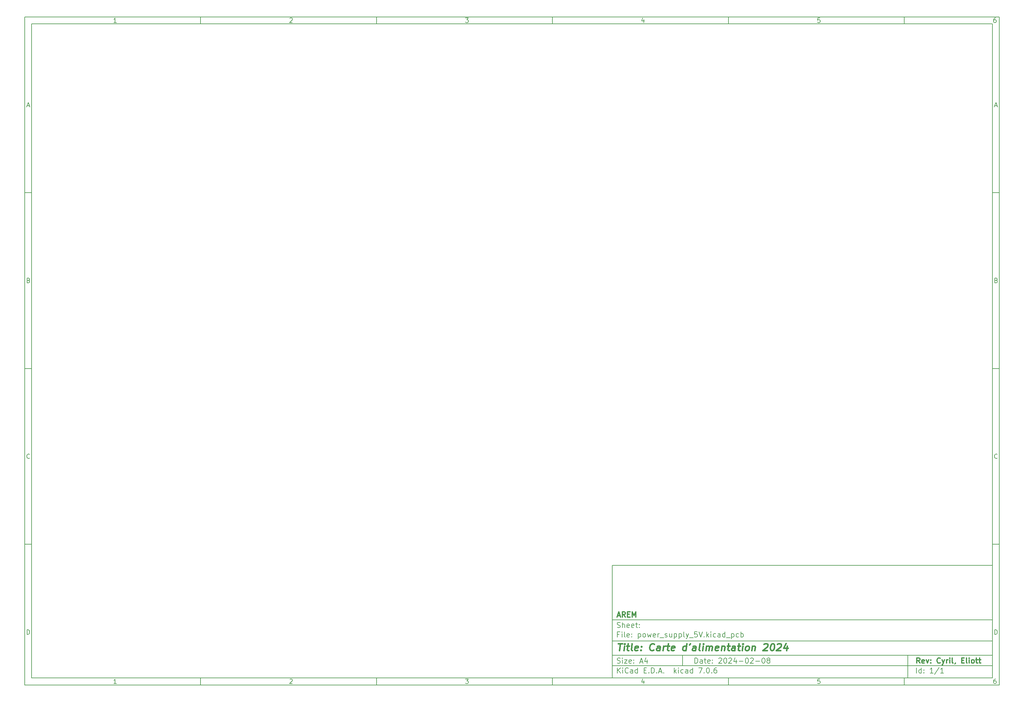
<source format=gbr>
%TF.GenerationSoftware,KiCad,Pcbnew,7.0.6*%
%TF.CreationDate,2024-02-08T22:19:59+01:00*%
%TF.ProjectId,power_supply_5V,706f7765-725f-4737-9570-706c795f3556,Cyril_ Eliott*%
%TF.SameCoordinates,Original*%
%TF.FileFunction,Legend,Bot*%
%TF.FilePolarity,Positive*%
%FSLAX46Y46*%
G04 Gerber Fmt 4.6, Leading zero omitted, Abs format (unit mm)*
G04 Created by KiCad (PCBNEW 7.0.6) date 2024-02-08 22:19:59*
%MOMM*%
%LPD*%
G01*
G04 APERTURE LIST*
%ADD10C,0.100000*%
%ADD11C,0.150000*%
%ADD12C,0.300000*%
%ADD13C,0.400000*%
G04 APERTURE END LIST*
D10*
D11*
X177002200Y-166007200D02*
X285002200Y-166007200D01*
X285002200Y-198007200D01*
X177002200Y-198007200D01*
X177002200Y-166007200D01*
D10*
D11*
X10000000Y-10000000D02*
X287002200Y-10000000D01*
X287002200Y-200007200D01*
X10000000Y-200007200D01*
X10000000Y-10000000D01*
D10*
D11*
X12000000Y-12000000D02*
X285002200Y-12000000D01*
X285002200Y-198007200D01*
X12000000Y-198007200D01*
X12000000Y-12000000D01*
D10*
D11*
X60000000Y-12000000D02*
X60000000Y-10000000D01*
D10*
D11*
X110000000Y-12000000D02*
X110000000Y-10000000D01*
D10*
D11*
X160000000Y-12000000D02*
X160000000Y-10000000D01*
D10*
D11*
X210000000Y-12000000D02*
X210000000Y-10000000D01*
D10*
D11*
X260000000Y-12000000D02*
X260000000Y-10000000D01*
D10*
D11*
X36089160Y-11593604D02*
X35346303Y-11593604D01*
X35717731Y-11593604D02*
X35717731Y-10293604D01*
X35717731Y-10293604D02*
X35593922Y-10479319D01*
X35593922Y-10479319D02*
X35470112Y-10603128D01*
X35470112Y-10603128D02*
X35346303Y-10665033D01*
D10*
D11*
X85346303Y-10417414D02*
X85408207Y-10355509D01*
X85408207Y-10355509D02*
X85532017Y-10293604D01*
X85532017Y-10293604D02*
X85841541Y-10293604D01*
X85841541Y-10293604D02*
X85965350Y-10355509D01*
X85965350Y-10355509D02*
X86027255Y-10417414D01*
X86027255Y-10417414D02*
X86089160Y-10541223D01*
X86089160Y-10541223D02*
X86089160Y-10665033D01*
X86089160Y-10665033D02*
X86027255Y-10850747D01*
X86027255Y-10850747D02*
X85284398Y-11593604D01*
X85284398Y-11593604D02*
X86089160Y-11593604D01*
D10*
D11*
X135284398Y-10293604D02*
X136089160Y-10293604D01*
X136089160Y-10293604D02*
X135655826Y-10788842D01*
X135655826Y-10788842D02*
X135841541Y-10788842D01*
X135841541Y-10788842D02*
X135965350Y-10850747D01*
X135965350Y-10850747D02*
X136027255Y-10912652D01*
X136027255Y-10912652D02*
X136089160Y-11036461D01*
X136089160Y-11036461D02*
X136089160Y-11345985D01*
X136089160Y-11345985D02*
X136027255Y-11469795D01*
X136027255Y-11469795D02*
X135965350Y-11531700D01*
X135965350Y-11531700D02*
X135841541Y-11593604D01*
X135841541Y-11593604D02*
X135470112Y-11593604D01*
X135470112Y-11593604D02*
X135346303Y-11531700D01*
X135346303Y-11531700D02*
X135284398Y-11469795D01*
D10*
D11*
X185965350Y-10726938D02*
X185965350Y-11593604D01*
X185655826Y-10231700D02*
X185346303Y-11160271D01*
X185346303Y-11160271D02*
X186151064Y-11160271D01*
D10*
D11*
X236027255Y-10293604D02*
X235408207Y-10293604D01*
X235408207Y-10293604D02*
X235346303Y-10912652D01*
X235346303Y-10912652D02*
X235408207Y-10850747D01*
X235408207Y-10850747D02*
X235532017Y-10788842D01*
X235532017Y-10788842D02*
X235841541Y-10788842D01*
X235841541Y-10788842D02*
X235965350Y-10850747D01*
X235965350Y-10850747D02*
X236027255Y-10912652D01*
X236027255Y-10912652D02*
X236089160Y-11036461D01*
X236089160Y-11036461D02*
X236089160Y-11345985D01*
X236089160Y-11345985D02*
X236027255Y-11469795D01*
X236027255Y-11469795D02*
X235965350Y-11531700D01*
X235965350Y-11531700D02*
X235841541Y-11593604D01*
X235841541Y-11593604D02*
X235532017Y-11593604D01*
X235532017Y-11593604D02*
X235408207Y-11531700D01*
X235408207Y-11531700D02*
X235346303Y-11469795D01*
D10*
D11*
X285965350Y-10293604D02*
X285717731Y-10293604D01*
X285717731Y-10293604D02*
X285593922Y-10355509D01*
X285593922Y-10355509D02*
X285532017Y-10417414D01*
X285532017Y-10417414D02*
X285408207Y-10603128D01*
X285408207Y-10603128D02*
X285346303Y-10850747D01*
X285346303Y-10850747D02*
X285346303Y-11345985D01*
X285346303Y-11345985D02*
X285408207Y-11469795D01*
X285408207Y-11469795D02*
X285470112Y-11531700D01*
X285470112Y-11531700D02*
X285593922Y-11593604D01*
X285593922Y-11593604D02*
X285841541Y-11593604D01*
X285841541Y-11593604D02*
X285965350Y-11531700D01*
X285965350Y-11531700D02*
X286027255Y-11469795D01*
X286027255Y-11469795D02*
X286089160Y-11345985D01*
X286089160Y-11345985D02*
X286089160Y-11036461D01*
X286089160Y-11036461D02*
X286027255Y-10912652D01*
X286027255Y-10912652D02*
X285965350Y-10850747D01*
X285965350Y-10850747D02*
X285841541Y-10788842D01*
X285841541Y-10788842D02*
X285593922Y-10788842D01*
X285593922Y-10788842D02*
X285470112Y-10850747D01*
X285470112Y-10850747D02*
X285408207Y-10912652D01*
X285408207Y-10912652D02*
X285346303Y-11036461D01*
D10*
D11*
X60000000Y-198007200D02*
X60000000Y-200007200D01*
D10*
D11*
X110000000Y-198007200D02*
X110000000Y-200007200D01*
D10*
D11*
X160000000Y-198007200D02*
X160000000Y-200007200D01*
D10*
D11*
X210000000Y-198007200D02*
X210000000Y-200007200D01*
D10*
D11*
X260000000Y-198007200D02*
X260000000Y-200007200D01*
D10*
D11*
X36089160Y-199600804D02*
X35346303Y-199600804D01*
X35717731Y-199600804D02*
X35717731Y-198300804D01*
X35717731Y-198300804D02*
X35593922Y-198486519D01*
X35593922Y-198486519D02*
X35470112Y-198610328D01*
X35470112Y-198610328D02*
X35346303Y-198672233D01*
D10*
D11*
X85346303Y-198424614D02*
X85408207Y-198362709D01*
X85408207Y-198362709D02*
X85532017Y-198300804D01*
X85532017Y-198300804D02*
X85841541Y-198300804D01*
X85841541Y-198300804D02*
X85965350Y-198362709D01*
X85965350Y-198362709D02*
X86027255Y-198424614D01*
X86027255Y-198424614D02*
X86089160Y-198548423D01*
X86089160Y-198548423D02*
X86089160Y-198672233D01*
X86089160Y-198672233D02*
X86027255Y-198857947D01*
X86027255Y-198857947D02*
X85284398Y-199600804D01*
X85284398Y-199600804D02*
X86089160Y-199600804D01*
D10*
D11*
X135284398Y-198300804D02*
X136089160Y-198300804D01*
X136089160Y-198300804D02*
X135655826Y-198796042D01*
X135655826Y-198796042D02*
X135841541Y-198796042D01*
X135841541Y-198796042D02*
X135965350Y-198857947D01*
X135965350Y-198857947D02*
X136027255Y-198919852D01*
X136027255Y-198919852D02*
X136089160Y-199043661D01*
X136089160Y-199043661D02*
X136089160Y-199353185D01*
X136089160Y-199353185D02*
X136027255Y-199476995D01*
X136027255Y-199476995D02*
X135965350Y-199538900D01*
X135965350Y-199538900D02*
X135841541Y-199600804D01*
X135841541Y-199600804D02*
X135470112Y-199600804D01*
X135470112Y-199600804D02*
X135346303Y-199538900D01*
X135346303Y-199538900D02*
X135284398Y-199476995D01*
D10*
D11*
X185965350Y-198734138D02*
X185965350Y-199600804D01*
X185655826Y-198238900D02*
X185346303Y-199167471D01*
X185346303Y-199167471D02*
X186151064Y-199167471D01*
D10*
D11*
X236027255Y-198300804D02*
X235408207Y-198300804D01*
X235408207Y-198300804D02*
X235346303Y-198919852D01*
X235346303Y-198919852D02*
X235408207Y-198857947D01*
X235408207Y-198857947D02*
X235532017Y-198796042D01*
X235532017Y-198796042D02*
X235841541Y-198796042D01*
X235841541Y-198796042D02*
X235965350Y-198857947D01*
X235965350Y-198857947D02*
X236027255Y-198919852D01*
X236027255Y-198919852D02*
X236089160Y-199043661D01*
X236089160Y-199043661D02*
X236089160Y-199353185D01*
X236089160Y-199353185D02*
X236027255Y-199476995D01*
X236027255Y-199476995D02*
X235965350Y-199538900D01*
X235965350Y-199538900D02*
X235841541Y-199600804D01*
X235841541Y-199600804D02*
X235532017Y-199600804D01*
X235532017Y-199600804D02*
X235408207Y-199538900D01*
X235408207Y-199538900D02*
X235346303Y-199476995D01*
D10*
D11*
X285965350Y-198300804D02*
X285717731Y-198300804D01*
X285717731Y-198300804D02*
X285593922Y-198362709D01*
X285593922Y-198362709D02*
X285532017Y-198424614D01*
X285532017Y-198424614D02*
X285408207Y-198610328D01*
X285408207Y-198610328D02*
X285346303Y-198857947D01*
X285346303Y-198857947D02*
X285346303Y-199353185D01*
X285346303Y-199353185D02*
X285408207Y-199476995D01*
X285408207Y-199476995D02*
X285470112Y-199538900D01*
X285470112Y-199538900D02*
X285593922Y-199600804D01*
X285593922Y-199600804D02*
X285841541Y-199600804D01*
X285841541Y-199600804D02*
X285965350Y-199538900D01*
X285965350Y-199538900D02*
X286027255Y-199476995D01*
X286027255Y-199476995D02*
X286089160Y-199353185D01*
X286089160Y-199353185D02*
X286089160Y-199043661D01*
X286089160Y-199043661D02*
X286027255Y-198919852D01*
X286027255Y-198919852D02*
X285965350Y-198857947D01*
X285965350Y-198857947D02*
X285841541Y-198796042D01*
X285841541Y-198796042D02*
X285593922Y-198796042D01*
X285593922Y-198796042D02*
X285470112Y-198857947D01*
X285470112Y-198857947D02*
X285408207Y-198919852D01*
X285408207Y-198919852D02*
X285346303Y-199043661D01*
D10*
D11*
X10000000Y-60000000D02*
X12000000Y-60000000D01*
D10*
D11*
X10000000Y-110000000D02*
X12000000Y-110000000D01*
D10*
D11*
X10000000Y-160000000D02*
X12000000Y-160000000D01*
D10*
D11*
X10690476Y-35222176D02*
X11309523Y-35222176D01*
X10566666Y-35593604D02*
X10999999Y-34293604D01*
X10999999Y-34293604D02*
X11433333Y-35593604D01*
D10*
D11*
X11092857Y-84912652D02*
X11278571Y-84974557D01*
X11278571Y-84974557D02*
X11340476Y-85036461D01*
X11340476Y-85036461D02*
X11402380Y-85160271D01*
X11402380Y-85160271D02*
X11402380Y-85345985D01*
X11402380Y-85345985D02*
X11340476Y-85469795D01*
X11340476Y-85469795D02*
X11278571Y-85531700D01*
X11278571Y-85531700D02*
X11154761Y-85593604D01*
X11154761Y-85593604D02*
X10659523Y-85593604D01*
X10659523Y-85593604D02*
X10659523Y-84293604D01*
X10659523Y-84293604D02*
X11092857Y-84293604D01*
X11092857Y-84293604D02*
X11216666Y-84355509D01*
X11216666Y-84355509D02*
X11278571Y-84417414D01*
X11278571Y-84417414D02*
X11340476Y-84541223D01*
X11340476Y-84541223D02*
X11340476Y-84665033D01*
X11340476Y-84665033D02*
X11278571Y-84788842D01*
X11278571Y-84788842D02*
X11216666Y-84850747D01*
X11216666Y-84850747D02*
X11092857Y-84912652D01*
X11092857Y-84912652D02*
X10659523Y-84912652D01*
D10*
D11*
X11402380Y-135469795D02*
X11340476Y-135531700D01*
X11340476Y-135531700D02*
X11154761Y-135593604D01*
X11154761Y-135593604D02*
X11030952Y-135593604D01*
X11030952Y-135593604D02*
X10845238Y-135531700D01*
X10845238Y-135531700D02*
X10721428Y-135407890D01*
X10721428Y-135407890D02*
X10659523Y-135284080D01*
X10659523Y-135284080D02*
X10597619Y-135036461D01*
X10597619Y-135036461D02*
X10597619Y-134850747D01*
X10597619Y-134850747D02*
X10659523Y-134603128D01*
X10659523Y-134603128D02*
X10721428Y-134479319D01*
X10721428Y-134479319D02*
X10845238Y-134355509D01*
X10845238Y-134355509D02*
X11030952Y-134293604D01*
X11030952Y-134293604D02*
X11154761Y-134293604D01*
X11154761Y-134293604D02*
X11340476Y-134355509D01*
X11340476Y-134355509D02*
X11402380Y-134417414D01*
D10*
D11*
X10659523Y-185593604D02*
X10659523Y-184293604D01*
X10659523Y-184293604D02*
X10969047Y-184293604D01*
X10969047Y-184293604D02*
X11154761Y-184355509D01*
X11154761Y-184355509D02*
X11278571Y-184479319D01*
X11278571Y-184479319D02*
X11340476Y-184603128D01*
X11340476Y-184603128D02*
X11402380Y-184850747D01*
X11402380Y-184850747D02*
X11402380Y-185036461D01*
X11402380Y-185036461D02*
X11340476Y-185284080D01*
X11340476Y-185284080D02*
X11278571Y-185407890D01*
X11278571Y-185407890D02*
X11154761Y-185531700D01*
X11154761Y-185531700D02*
X10969047Y-185593604D01*
X10969047Y-185593604D02*
X10659523Y-185593604D01*
D10*
D11*
X287002200Y-60000000D02*
X285002200Y-60000000D01*
D10*
D11*
X287002200Y-110000000D02*
X285002200Y-110000000D01*
D10*
D11*
X287002200Y-160000000D02*
X285002200Y-160000000D01*
D10*
D11*
X285692676Y-35222176D02*
X286311723Y-35222176D01*
X285568866Y-35593604D02*
X286002199Y-34293604D01*
X286002199Y-34293604D02*
X286435533Y-35593604D01*
D10*
D11*
X286095057Y-84912652D02*
X286280771Y-84974557D01*
X286280771Y-84974557D02*
X286342676Y-85036461D01*
X286342676Y-85036461D02*
X286404580Y-85160271D01*
X286404580Y-85160271D02*
X286404580Y-85345985D01*
X286404580Y-85345985D02*
X286342676Y-85469795D01*
X286342676Y-85469795D02*
X286280771Y-85531700D01*
X286280771Y-85531700D02*
X286156961Y-85593604D01*
X286156961Y-85593604D02*
X285661723Y-85593604D01*
X285661723Y-85593604D02*
X285661723Y-84293604D01*
X285661723Y-84293604D02*
X286095057Y-84293604D01*
X286095057Y-84293604D02*
X286218866Y-84355509D01*
X286218866Y-84355509D02*
X286280771Y-84417414D01*
X286280771Y-84417414D02*
X286342676Y-84541223D01*
X286342676Y-84541223D02*
X286342676Y-84665033D01*
X286342676Y-84665033D02*
X286280771Y-84788842D01*
X286280771Y-84788842D02*
X286218866Y-84850747D01*
X286218866Y-84850747D02*
X286095057Y-84912652D01*
X286095057Y-84912652D02*
X285661723Y-84912652D01*
D10*
D11*
X286404580Y-135469795D02*
X286342676Y-135531700D01*
X286342676Y-135531700D02*
X286156961Y-135593604D01*
X286156961Y-135593604D02*
X286033152Y-135593604D01*
X286033152Y-135593604D02*
X285847438Y-135531700D01*
X285847438Y-135531700D02*
X285723628Y-135407890D01*
X285723628Y-135407890D02*
X285661723Y-135284080D01*
X285661723Y-135284080D02*
X285599819Y-135036461D01*
X285599819Y-135036461D02*
X285599819Y-134850747D01*
X285599819Y-134850747D02*
X285661723Y-134603128D01*
X285661723Y-134603128D02*
X285723628Y-134479319D01*
X285723628Y-134479319D02*
X285847438Y-134355509D01*
X285847438Y-134355509D02*
X286033152Y-134293604D01*
X286033152Y-134293604D02*
X286156961Y-134293604D01*
X286156961Y-134293604D02*
X286342676Y-134355509D01*
X286342676Y-134355509D02*
X286404580Y-134417414D01*
D10*
D11*
X285661723Y-185593604D02*
X285661723Y-184293604D01*
X285661723Y-184293604D02*
X285971247Y-184293604D01*
X285971247Y-184293604D02*
X286156961Y-184355509D01*
X286156961Y-184355509D02*
X286280771Y-184479319D01*
X286280771Y-184479319D02*
X286342676Y-184603128D01*
X286342676Y-184603128D02*
X286404580Y-184850747D01*
X286404580Y-184850747D02*
X286404580Y-185036461D01*
X286404580Y-185036461D02*
X286342676Y-185284080D01*
X286342676Y-185284080D02*
X286280771Y-185407890D01*
X286280771Y-185407890D02*
X286156961Y-185531700D01*
X286156961Y-185531700D02*
X285971247Y-185593604D01*
X285971247Y-185593604D02*
X285661723Y-185593604D01*
D10*
D11*
X200458026Y-193793328D02*
X200458026Y-192293328D01*
X200458026Y-192293328D02*
X200815169Y-192293328D01*
X200815169Y-192293328D02*
X201029455Y-192364757D01*
X201029455Y-192364757D02*
X201172312Y-192507614D01*
X201172312Y-192507614D02*
X201243741Y-192650471D01*
X201243741Y-192650471D02*
X201315169Y-192936185D01*
X201315169Y-192936185D02*
X201315169Y-193150471D01*
X201315169Y-193150471D02*
X201243741Y-193436185D01*
X201243741Y-193436185D02*
X201172312Y-193579042D01*
X201172312Y-193579042D02*
X201029455Y-193721900D01*
X201029455Y-193721900D02*
X200815169Y-193793328D01*
X200815169Y-193793328D02*
X200458026Y-193793328D01*
X202600884Y-193793328D02*
X202600884Y-193007614D01*
X202600884Y-193007614D02*
X202529455Y-192864757D01*
X202529455Y-192864757D02*
X202386598Y-192793328D01*
X202386598Y-192793328D02*
X202100884Y-192793328D01*
X202100884Y-192793328D02*
X201958026Y-192864757D01*
X202600884Y-193721900D02*
X202458026Y-193793328D01*
X202458026Y-193793328D02*
X202100884Y-193793328D01*
X202100884Y-193793328D02*
X201958026Y-193721900D01*
X201958026Y-193721900D02*
X201886598Y-193579042D01*
X201886598Y-193579042D02*
X201886598Y-193436185D01*
X201886598Y-193436185D02*
X201958026Y-193293328D01*
X201958026Y-193293328D02*
X202100884Y-193221900D01*
X202100884Y-193221900D02*
X202458026Y-193221900D01*
X202458026Y-193221900D02*
X202600884Y-193150471D01*
X203100884Y-192793328D02*
X203672312Y-192793328D01*
X203315169Y-192293328D02*
X203315169Y-193579042D01*
X203315169Y-193579042D02*
X203386598Y-193721900D01*
X203386598Y-193721900D02*
X203529455Y-193793328D01*
X203529455Y-193793328D02*
X203672312Y-193793328D01*
X204743741Y-193721900D02*
X204600884Y-193793328D01*
X204600884Y-193793328D02*
X204315170Y-193793328D01*
X204315170Y-193793328D02*
X204172312Y-193721900D01*
X204172312Y-193721900D02*
X204100884Y-193579042D01*
X204100884Y-193579042D02*
X204100884Y-193007614D01*
X204100884Y-193007614D02*
X204172312Y-192864757D01*
X204172312Y-192864757D02*
X204315170Y-192793328D01*
X204315170Y-192793328D02*
X204600884Y-192793328D01*
X204600884Y-192793328D02*
X204743741Y-192864757D01*
X204743741Y-192864757D02*
X204815170Y-193007614D01*
X204815170Y-193007614D02*
X204815170Y-193150471D01*
X204815170Y-193150471D02*
X204100884Y-193293328D01*
X205458026Y-193650471D02*
X205529455Y-193721900D01*
X205529455Y-193721900D02*
X205458026Y-193793328D01*
X205458026Y-193793328D02*
X205386598Y-193721900D01*
X205386598Y-193721900D02*
X205458026Y-193650471D01*
X205458026Y-193650471D02*
X205458026Y-193793328D01*
X205458026Y-192864757D02*
X205529455Y-192936185D01*
X205529455Y-192936185D02*
X205458026Y-193007614D01*
X205458026Y-193007614D02*
X205386598Y-192936185D01*
X205386598Y-192936185D02*
X205458026Y-192864757D01*
X205458026Y-192864757D02*
X205458026Y-193007614D01*
X207243741Y-192436185D02*
X207315169Y-192364757D01*
X207315169Y-192364757D02*
X207458027Y-192293328D01*
X207458027Y-192293328D02*
X207815169Y-192293328D01*
X207815169Y-192293328D02*
X207958027Y-192364757D01*
X207958027Y-192364757D02*
X208029455Y-192436185D01*
X208029455Y-192436185D02*
X208100884Y-192579042D01*
X208100884Y-192579042D02*
X208100884Y-192721900D01*
X208100884Y-192721900D02*
X208029455Y-192936185D01*
X208029455Y-192936185D02*
X207172312Y-193793328D01*
X207172312Y-193793328D02*
X208100884Y-193793328D01*
X209029455Y-192293328D02*
X209172312Y-192293328D01*
X209172312Y-192293328D02*
X209315169Y-192364757D01*
X209315169Y-192364757D02*
X209386598Y-192436185D01*
X209386598Y-192436185D02*
X209458026Y-192579042D01*
X209458026Y-192579042D02*
X209529455Y-192864757D01*
X209529455Y-192864757D02*
X209529455Y-193221900D01*
X209529455Y-193221900D02*
X209458026Y-193507614D01*
X209458026Y-193507614D02*
X209386598Y-193650471D01*
X209386598Y-193650471D02*
X209315169Y-193721900D01*
X209315169Y-193721900D02*
X209172312Y-193793328D01*
X209172312Y-193793328D02*
X209029455Y-193793328D01*
X209029455Y-193793328D02*
X208886598Y-193721900D01*
X208886598Y-193721900D02*
X208815169Y-193650471D01*
X208815169Y-193650471D02*
X208743740Y-193507614D01*
X208743740Y-193507614D02*
X208672312Y-193221900D01*
X208672312Y-193221900D02*
X208672312Y-192864757D01*
X208672312Y-192864757D02*
X208743740Y-192579042D01*
X208743740Y-192579042D02*
X208815169Y-192436185D01*
X208815169Y-192436185D02*
X208886598Y-192364757D01*
X208886598Y-192364757D02*
X209029455Y-192293328D01*
X210100883Y-192436185D02*
X210172311Y-192364757D01*
X210172311Y-192364757D02*
X210315169Y-192293328D01*
X210315169Y-192293328D02*
X210672311Y-192293328D01*
X210672311Y-192293328D02*
X210815169Y-192364757D01*
X210815169Y-192364757D02*
X210886597Y-192436185D01*
X210886597Y-192436185D02*
X210958026Y-192579042D01*
X210958026Y-192579042D02*
X210958026Y-192721900D01*
X210958026Y-192721900D02*
X210886597Y-192936185D01*
X210886597Y-192936185D02*
X210029454Y-193793328D01*
X210029454Y-193793328D02*
X210958026Y-193793328D01*
X212243740Y-192793328D02*
X212243740Y-193793328D01*
X211886597Y-192221900D02*
X211529454Y-193293328D01*
X211529454Y-193293328D02*
X212458025Y-193293328D01*
X213029453Y-193221900D02*
X214172311Y-193221900D01*
X215172311Y-192293328D02*
X215315168Y-192293328D01*
X215315168Y-192293328D02*
X215458025Y-192364757D01*
X215458025Y-192364757D02*
X215529454Y-192436185D01*
X215529454Y-192436185D02*
X215600882Y-192579042D01*
X215600882Y-192579042D02*
X215672311Y-192864757D01*
X215672311Y-192864757D02*
X215672311Y-193221900D01*
X215672311Y-193221900D02*
X215600882Y-193507614D01*
X215600882Y-193507614D02*
X215529454Y-193650471D01*
X215529454Y-193650471D02*
X215458025Y-193721900D01*
X215458025Y-193721900D02*
X215315168Y-193793328D01*
X215315168Y-193793328D02*
X215172311Y-193793328D01*
X215172311Y-193793328D02*
X215029454Y-193721900D01*
X215029454Y-193721900D02*
X214958025Y-193650471D01*
X214958025Y-193650471D02*
X214886596Y-193507614D01*
X214886596Y-193507614D02*
X214815168Y-193221900D01*
X214815168Y-193221900D02*
X214815168Y-192864757D01*
X214815168Y-192864757D02*
X214886596Y-192579042D01*
X214886596Y-192579042D02*
X214958025Y-192436185D01*
X214958025Y-192436185D02*
X215029454Y-192364757D01*
X215029454Y-192364757D02*
X215172311Y-192293328D01*
X216243739Y-192436185D02*
X216315167Y-192364757D01*
X216315167Y-192364757D02*
X216458025Y-192293328D01*
X216458025Y-192293328D02*
X216815167Y-192293328D01*
X216815167Y-192293328D02*
X216958025Y-192364757D01*
X216958025Y-192364757D02*
X217029453Y-192436185D01*
X217029453Y-192436185D02*
X217100882Y-192579042D01*
X217100882Y-192579042D02*
X217100882Y-192721900D01*
X217100882Y-192721900D02*
X217029453Y-192936185D01*
X217029453Y-192936185D02*
X216172310Y-193793328D01*
X216172310Y-193793328D02*
X217100882Y-193793328D01*
X217743738Y-193221900D02*
X218886596Y-193221900D01*
X219886596Y-192293328D02*
X220029453Y-192293328D01*
X220029453Y-192293328D02*
X220172310Y-192364757D01*
X220172310Y-192364757D02*
X220243739Y-192436185D01*
X220243739Y-192436185D02*
X220315167Y-192579042D01*
X220315167Y-192579042D02*
X220386596Y-192864757D01*
X220386596Y-192864757D02*
X220386596Y-193221900D01*
X220386596Y-193221900D02*
X220315167Y-193507614D01*
X220315167Y-193507614D02*
X220243739Y-193650471D01*
X220243739Y-193650471D02*
X220172310Y-193721900D01*
X220172310Y-193721900D02*
X220029453Y-193793328D01*
X220029453Y-193793328D02*
X219886596Y-193793328D01*
X219886596Y-193793328D02*
X219743739Y-193721900D01*
X219743739Y-193721900D02*
X219672310Y-193650471D01*
X219672310Y-193650471D02*
X219600881Y-193507614D01*
X219600881Y-193507614D02*
X219529453Y-193221900D01*
X219529453Y-193221900D02*
X219529453Y-192864757D01*
X219529453Y-192864757D02*
X219600881Y-192579042D01*
X219600881Y-192579042D02*
X219672310Y-192436185D01*
X219672310Y-192436185D02*
X219743739Y-192364757D01*
X219743739Y-192364757D02*
X219886596Y-192293328D01*
X221243738Y-192936185D02*
X221100881Y-192864757D01*
X221100881Y-192864757D02*
X221029452Y-192793328D01*
X221029452Y-192793328D02*
X220958024Y-192650471D01*
X220958024Y-192650471D02*
X220958024Y-192579042D01*
X220958024Y-192579042D02*
X221029452Y-192436185D01*
X221029452Y-192436185D02*
X221100881Y-192364757D01*
X221100881Y-192364757D02*
X221243738Y-192293328D01*
X221243738Y-192293328D02*
X221529452Y-192293328D01*
X221529452Y-192293328D02*
X221672310Y-192364757D01*
X221672310Y-192364757D02*
X221743738Y-192436185D01*
X221743738Y-192436185D02*
X221815167Y-192579042D01*
X221815167Y-192579042D02*
X221815167Y-192650471D01*
X221815167Y-192650471D02*
X221743738Y-192793328D01*
X221743738Y-192793328D02*
X221672310Y-192864757D01*
X221672310Y-192864757D02*
X221529452Y-192936185D01*
X221529452Y-192936185D02*
X221243738Y-192936185D01*
X221243738Y-192936185D02*
X221100881Y-193007614D01*
X221100881Y-193007614D02*
X221029452Y-193079042D01*
X221029452Y-193079042D02*
X220958024Y-193221900D01*
X220958024Y-193221900D02*
X220958024Y-193507614D01*
X220958024Y-193507614D02*
X221029452Y-193650471D01*
X221029452Y-193650471D02*
X221100881Y-193721900D01*
X221100881Y-193721900D02*
X221243738Y-193793328D01*
X221243738Y-193793328D02*
X221529452Y-193793328D01*
X221529452Y-193793328D02*
X221672310Y-193721900D01*
X221672310Y-193721900D02*
X221743738Y-193650471D01*
X221743738Y-193650471D02*
X221815167Y-193507614D01*
X221815167Y-193507614D02*
X221815167Y-193221900D01*
X221815167Y-193221900D02*
X221743738Y-193079042D01*
X221743738Y-193079042D02*
X221672310Y-193007614D01*
X221672310Y-193007614D02*
X221529452Y-192936185D01*
D10*
D11*
X177002200Y-194507200D02*
X285002200Y-194507200D01*
D10*
D11*
X178458026Y-196593328D02*
X178458026Y-195093328D01*
X179315169Y-196593328D02*
X178672312Y-195736185D01*
X179315169Y-195093328D02*
X178458026Y-195950471D01*
X179958026Y-196593328D02*
X179958026Y-195593328D01*
X179958026Y-195093328D02*
X179886598Y-195164757D01*
X179886598Y-195164757D02*
X179958026Y-195236185D01*
X179958026Y-195236185D02*
X180029455Y-195164757D01*
X180029455Y-195164757D02*
X179958026Y-195093328D01*
X179958026Y-195093328D02*
X179958026Y-195236185D01*
X181529455Y-196450471D02*
X181458027Y-196521900D01*
X181458027Y-196521900D02*
X181243741Y-196593328D01*
X181243741Y-196593328D02*
X181100884Y-196593328D01*
X181100884Y-196593328D02*
X180886598Y-196521900D01*
X180886598Y-196521900D02*
X180743741Y-196379042D01*
X180743741Y-196379042D02*
X180672312Y-196236185D01*
X180672312Y-196236185D02*
X180600884Y-195950471D01*
X180600884Y-195950471D02*
X180600884Y-195736185D01*
X180600884Y-195736185D02*
X180672312Y-195450471D01*
X180672312Y-195450471D02*
X180743741Y-195307614D01*
X180743741Y-195307614D02*
X180886598Y-195164757D01*
X180886598Y-195164757D02*
X181100884Y-195093328D01*
X181100884Y-195093328D02*
X181243741Y-195093328D01*
X181243741Y-195093328D02*
X181458027Y-195164757D01*
X181458027Y-195164757D02*
X181529455Y-195236185D01*
X182815170Y-196593328D02*
X182815170Y-195807614D01*
X182815170Y-195807614D02*
X182743741Y-195664757D01*
X182743741Y-195664757D02*
X182600884Y-195593328D01*
X182600884Y-195593328D02*
X182315170Y-195593328D01*
X182315170Y-195593328D02*
X182172312Y-195664757D01*
X182815170Y-196521900D02*
X182672312Y-196593328D01*
X182672312Y-196593328D02*
X182315170Y-196593328D01*
X182315170Y-196593328D02*
X182172312Y-196521900D01*
X182172312Y-196521900D02*
X182100884Y-196379042D01*
X182100884Y-196379042D02*
X182100884Y-196236185D01*
X182100884Y-196236185D02*
X182172312Y-196093328D01*
X182172312Y-196093328D02*
X182315170Y-196021900D01*
X182315170Y-196021900D02*
X182672312Y-196021900D01*
X182672312Y-196021900D02*
X182815170Y-195950471D01*
X184172313Y-196593328D02*
X184172313Y-195093328D01*
X184172313Y-196521900D02*
X184029455Y-196593328D01*
X184029455Y-196593328D02*
X183743741Y-196593328D01*
X183743741Y-196593328D02*
X183600884Y-196521900D01*
X183600884Y-196521900D02*
X183529455Y-196450471D01*
X183529455Y-196450471D02*
X183458027Y-196307614D01*
X183458027Y-196307614D02*
X183458027Y-195879042D01*
X183458027Y-195879042D02*
X183529455Y-195736185D01*
X183529455Y-195736185D02*
X183600884Y-195664757D01*
X183600884Y-195664757D02*
X183743741Y-195593328D01*
X183743741Y-195593328D02*
X184029455Y-195593328D01*
X184029455Y-195593328D02*
X184172313Y-195664757D01*
X186029455Y-195807614D02*
X186529455Y-195807614D01*
X186743741Y-196593328D02*
X186029455Y-196593328D01*
X186029455Y-196593328D02*
X186029455Y-195093328D01*
X186029455Y-195093328D02*
X186743741Y-195093328D01*
X187386598Y-196450471D02*
X187458027Y-196521900D01*
X187458027Y-196521900D02*
X187386598Y-196593328D01*
X187386598Y-196593328D02*
X187315170Y-196521900D01*
X187315170Y-196521900D02*
X187386598Y-196450471D01*
X187386598Y-196450471D02*
X187386598Y-196593328D01*
X188100884Y-196593328D02*
X188100884Y-195093328D01*
X188100884Y-195093328D02*
X188458027Y-195093328D01*
X188458027Y-195093328D02*
X188672313Y-195164757D01*
X188672313Y-195164757D02*
X188815170Y-195307614D01*
X188815170Y-195307614D02*
X188886599Y-195450471D01*
X188886599Y-195450471D02*
X188958027Y-195736185D01*
X188958027Y-195736185D02*
X188958027Y-195950471D01*
X188958027Y-195950471D02*
X188886599Y-196236185D01*
X188886599Y-196236185D02*
X188815170Y-196379042D01*
X188815170Y-196379042D02*
X188672313Y-196521900D01*
X188672313Y-196521900D02*
X188458027Y-196593328D01*
X188458027Y-196593328D02*
X188100884Y-196593328D01*
X189600884Y-196450471D02*
X189672313Y-196521900D01*
X189672313Y-196521900D02*
X189600884Y-196593328D01*
X189600884Y-196593328D02*
X189529456Y-196521900D01*
X189529456Y-196521900D02*
X189600884Y-196450471D01*
X189600884Y-196450471D02*
X189600884Y-196593328D01*
X190243742Y-196164757D02*
X190958028Y-196164757D01*
X190100885Y-196593328D02*
X190600885Y-195093328D01*
X190600885Y-195093328D02*
X191100885Y-196593328D01*
X191600884Y-196450471D02*
X191672313Y-196521900D01*
X191672313Y-196521900D02*
X191600884Y-196593328D01*
X191600884Y-196593328D02*
X191529456Y-196521900D01*
X191529456Y-196521900D02*
X191600884Y-196450471D01*
X191600884Y-196450471D02*
X191600884Y-196593328D01*
X194600884Y-196593328D02*
X194600884Y-195093328D01*
X194743742Y-196021900D02*
X195172313Y-196593328D01*
X195172313Y-195593328D02*
X194600884Y-196164757D01*
X195815170Y-196593328D02*
X195815170Y-195593328D01*
X195815170Y-195093328D02*
X195743742Y-195164757D01*
X195743742Y-195164757D02*
X195815170Y-195236185D01*
X195815170Y-195236185D02*
X195886599Y-195164757D01*
X195886599Y-195164757D02*
X195815170Y-195093328D01*
X195815170Y-195093328D02*
X195815170Y-195236185D01*
X197172314Y-196521900D02*
X197029456Y-196593328D01*
X197029456Y-196593328D02*
X196743742Y-196593328D01*
X196743742Y-196593328D02*
X196600885Y-196521900D01*
X196600885Y-196521900D02*
X196529456Y-196450471D01*
X196529456Y-196450471D02*
X196458028Y-196307614D01*
X196458028Y-196307614D02*
X196458028Y-195879042D01*
X196458028Y-195879042D02*
X196529456Y-195736185D01*
X196529456Y-195736185D02*
X196600885Y-195664757D01*
X196600885Y-195664757D02*
X196743742Y-195593328D01*
X196743742Y-195593328D02*
X197029456Y-195593328D01*
X197029456Y-195593328D02*
X197172314Y-195664757D01*
X198458028Y-196593328D02*
X198458028Y-195807614D01*
X198458028Y-195807614D02*
X198386599Y-195664757D01*
X198386599Y-195664757D02*
X198243742Y-195593328D01*
X198243742Y-195593328D02*
X197958028Y-195593328D01*
X197958028Y-195593328D02*
X197815170Y-195664757D01*
X198458028Y-196521900D02*
X198315170Y-196593328D01*
X198315170Y-196593328D02*
X197958028Y-196593328D01*
X197958028Y-196593328D02*
X197815170Y-196521900D01*
X197815170Y-196521900D02*
X197743742Y-196379042D01*
X197743742Y-196379042D02*
X197743742Y-196236185D01*
X197743742Y-196236185D02*
X197815170Y-196093328D01*
X197815170Y-196093328D02*
X197958028Y-196021900D01*
X197958028Y-196021900D02*
X198315170Y-196021900D01*
X198315170Y-196021900D02*
X198458028Y-195950471D01*
X199815171Y-196593328D02*
X199815171Y-195093328D01*
X199815171Y-196521900D02*
X199672313Y-196593328D01*
X199672313Y-196593328D02*
X199386599Y-196593328D01*
X199386599Y-196593328D02*
X199243742Y-196521900D01*
X199243742Y-196521900D02*
X199172313Y-196450471D01*
X199172313Y-196450471D02*
X199100885Y-196307614D01*
X199100885Y-196307614D02*
X199100885Y-195879042D01*
X199100885Y-195879042D02*
X199172313Y-195736185D01*
X199172313Y-195736185D02*
X199243742Y-195664757D01*
X199243742Y-195664757D02*
X199386599Y-195593328D01*
X199386599Y-195593328D02*
X199672313Y-195593328D01*
X199672313Y-195593328D02*
X199815171Y-195664757D01*
X201529456Y-195093328D02*
X202529456Y-195093328D01*
X202529456Y-195093328D02*
X201886599Y-196593328D01*
X203100884Y-196450471D02*
X203172313Y-196521900D01*
X203172313Y-196521900D02*
X203100884Y-196593328D01*
X203100884Y-196593328D02*
X203029456Y-196521900D01*
X203029456Y-196521900D02*
X203100884Y-196450471D01*
X203100884Y-196450471D02*
X203100884Y-196593328D01*
X204100885Y-195093328D02*
X204243742Y-195093328D01*
X204243742Y-195093328D02*
X204386599Y-195164757D01*
X204386599Y-195164757D02*
X204458028Y-195236185D01*
X204458028Y-195236185D02*
X204529456Y-195379042D01*
X204529456Y-195379042D02*
X204600885Y-195664757D01*
X204600885Y-195664757D02*
X204600885Y-196021900D01*
X204600885Y-196021900D02*
X204529456Y-196307614D01*
X204529456Y-196307614D02*
X204458028Y-196450471D01*
X204458028Y-196450471D02*
X204386599Y-196521900D01*
X204386599Y-196521900D02*
X204243742Y-196593328D01*
X204243742Y-196593328D02*
X204100885Y-196593328D01*
X204100885Y-196593328D02*
X203958028Y-196521900D01*
X203958028Y-196521900D02*
X203886599Y-196450471D01*
X203886599Y-196450471D02*
X203815170Y-196307614D01*
X203815170Y-196307614D02*
X203743742Y-196021900D01*
X203743742Y-196021900D02*
X203743742Y-195664757D01*
X203743742Y-195664757D02*
X203815170Y-195379042D01*
X203815170Y-195379042D02*
X203886599Y-195236185D01*
X203886599Y-195236185D02*
X203958028Y-195164757D01*
X203958028Y-195164757D02*
X204100885Y-195093328D01*
X205243741Y-196450471D02*
X205315170Y-196521900D01*
X205315170Y-196521900D02*
X205243741Y-196593328D01*
X205243741Y-196593328D02*
X205172313Y-196521900D01*
X205172313Y-196521900D02*
X205243741Y-196450471D01*
X205243741Y-196450471D02*
X205243741Y-196593328D01*
X206600885Y-195093328D02*
X206315170Y-195093328D01*
X206315170Y-195093328D02*
X206172313Y-195164757D01*
X206172313Y-195164757D02*
X206100885Y-195236185D01*
X206100885Y-195236185D02*
X205958027Y-195450471D01*
X205958027Y-195450471D02*
X205886599Y-195736185D01*
X205886599Y-195736185D02*
X205886599Y-196307614D01*
X205886599Y-196307614D02*
X205958027Y-196450471D01*
X205958027Y-196450471D02*
X206029456Y-196521900D01*
X206029456Y-196521900D02*
X206172313Y-196593328D01*
X206172313Y-196593328D02*
X206458027Y-196593328D01*
X206458027Y-196593328D02*
X206600885Y-196521900D01*
X206600885Y-196521900D02*
X206672313Y-196450471D01*
X206672313Y-196450471D02*
X206743742Y-196307614D01*
X206743742Y-196307614D02*
X206743742Y-195950471D01*
X206743742Y-195950471D02*
X206672313Y-195807614D01*
X206672313Y-195807614D02*
X206600885Y-195736185D01*
X206600885Y-195736185D02*
X206458027Y-195664757D01*
X206458027Y-195664757D02*
X206172313Y-195664757D01*
X206172313Y-195664757D02*
X206029456Y-195736185D01*
X206029456Y-195736185D02*
X205958027Y-195807614D01*
X205958027Y-195807614D02*
X205886599Y-195950471D01*
D10*
D11*
X177002200Y-191507200D02*
X285002200Y-191507200D01*
D10*
D12*
X264413853Y-193785528D02*
X263913853Y-193071242D01*
X263556710Y-193785528D02*
X263556710Y-192285528D01*
X263556710Y-192285528D02*
X264128139Y-192285528D01*
X264128139Y-192285528D02*
X264270996Y-192356957D01*
X264270996Y-192356957D02*
X264342425Y-192428385D01*
X264342425Y-192428385D02*
X264413853Y-192571242D01*
X264413853Y-192571242D02*
X264413853Y-192785528D01*
X264413853Y-192785528D02*
X264342425Y-192928385D01*
X264342425Y-192928385D02*
X264270996Y-192999814D01*
X264270996Y-192999814D02*
X264128139Y-193071242D01*
X264128139Y-193071242D02*
X263556710Y-193071242D01*
X265628139Y-193714100D02*
X265485282Y-193785528D01*
X265485282Y-193785528D02*
X265199568Y-193785528D01*
X265199568Y-193785528D02*
X265056710Y-193714100D01*
X265056710Y-193714100D02*
X264985282Y-193571242D01*
X264985282Y-193571242D02*
X264985282Y-192999814D01*
X264985282Y-192999814D02*
X265056710Y-192856957D01*
X265056710Y-192856957D02*
X265199568Y-192785528D01*
X265199568Y-192785528D02*
X265485282Y-192785528D01*
X265485282Y-192785528D02*
X265628139Y-192856957D01*
X265628139Y-192856957D02*
X265699568Y-192999814D01*
X265699568Y-192999814D02*
X265699568Y-193142671D01*
X265699568Y-193142671D02*
X264985282Y-193285528D01*
X266199567Y-192785528D02*
X266556710Y-193785528D01*
X266556710Y-193785528D02*
X266913853Y-192785528D01*
X267485281Y-193642671D02*
X267556710Y-193714100D01*
X267556710Y-193714100D02*
X267485281Y-193785528D01*
X267485281Y-193785528D02*
X267413853Y-193714100D01*
X267413853Y-193714100D02*
X267485281Y-193642671D01*
X267485281Y-193642671D02*
X267485281Y-193785528D01*
X267485281Y-192856957D02*
X267556710Y-192928385D01*
X267556710Y-192928385D02*
X267485281Y-192999814D01*
X267485281Y-192999814D02*
X267413853Y-192928385D01*
X267413853Y-192928385D02*
X267485281Y-192856957D01*
X267485281Y-192856957D02*
X267485281Y-192999814D01*
X270199567Y-193642671D02*
X270128139Y-193714100D01*
X270128139Y-193714100D02*
X269913853Y-193785528D01*
X269913853Y-193785528D02*
X269770996Y-193785528D01*
X269770996Y-193785528D02*
X269556710Y-193714100D01*
X269556710Y-193714100D02*
X269413853Y-193571242D01*
X269413853Y-193571242D02*
X269342424Y-193428385D01*
X269342424Y-193428385D02*
X269270996Y-193142671D01*
X269270996Y-193142671D02*
X269270996Y-192928385D01*
X269270996Y-192928385D02*
X269342424Y-192642671D01*
X269342424Y-192642671D02*
X269413853Y-192499814D01*
X269413853Y-192499814D02*
X269556710Y-192356957D01*
X269556710Y-192356957D02*
X269770996Y-192285528D01*
X269770996Y-192285528D02*
X269913853Y-192285528D01*
X269913853Y-192285528D02*
X270128139Y-192356957D01*
X270128139Y-192356957D02*
X270199567Y-192428385D01*
X270699567Y-192785528D02*
X271056710Y-193785528D01*
X271413853Y-192785528D02*
X271056710Y-193785528D01*
X271056710Y-193785528D02*
X270913853Y-194142671D01*
X270913853Y-194142671D02*
X270842424Y-194214100D01*
X270842424Y-194214100D02*
X270699567Y-194285528D01*
X271985281Y-193785528D02*
X271985281Y-192785528D01*
X271985281Y-193071242D02*
X272056710Y-192928385D01*
X272056710Y-192928385D02*
X272128139Y-192856957D01*
X272128139Y-192856957D02*
X272270996Y-192785528D01*
X272270996Y-192785528D02*
X272413853Y-192785528D01*
X272913852Y-193785528D02*
X272913852Y-192785528D01*
X272913852Y-192285528D02*
X272842424Y-192356957D01*
X272842424Y-192356957D02*
X272913852Y-192428385D01*
X272913852Y-192428385D02*
X272985281Y-192356957D01*
X272985281Y-192356957D02*
X272913852Y-192285528D01*
X272913852Y-192285528D02*
X272913852Y-192428385D01*
X273842424Y-193785528D02*
X273699567Y-193714100D01*
X273699567Y-193714100D02*
X273628138Y-193571242D01*
X273628138Y-193571242D02*
X273628138Y-192285528D01*
X274485281Y-193714100D02*
X274485281Y-193785528D01*
X274485281Y-193785528D02*
X274413852Y-193928385D01*
X274413852Y-193928385D02*
X274342424Y-193999814D01*
X276270995Y-192999814D02*
X276770995Y-192999814D01*
X276985281Y-193785528D02*
X276270995Y-193785528D01*
X276270995Y-193785528D02*
X276270995Y-192285528D01*
X276270995Y-192285528D02*
X276985281Y-192285528D01*
X277842424Y-193785528D02*
X277699567Y-193714100D01*
X277699567Y-193714100D02*
X277628138Y-193571242D01*
X277628138Y-193571242D02*
X277628138Y-192285528D01*
X278413852Y-193785528D02*
X278413852Y-192785528D01*
X278413852Y-192285528D02*
X278342424Y-192356957D01*
X278342424Y-192356957D02*
X278413852Y-192428385D01*
X278413852Y-192428385D02*
X278485281Y-192356957D01*
X278485281Y-192356957D02*
X278413852Y-192285528D01*
X278413852Y-192285528D02*
X278413852Y-192428385D01*
X279342424Y-193785528D02*
X279199567Y-193714100D01*
X279199567Y-193714100D02*
X279128138Y-193642671D01*
X279128138Y-193642671D02*
X279056710Y-193499814D01*
X279056710Y-193499814D02*
X279056710Y-193071242D01*
X279056710Y-193071242D02*
X279128138Y-192928385D01*
X279128138Y-192928385D02*
X279199567Y-192856957D01*
X279199567Y-192856957D02*
X279342424Y-192785528D01*
X279342424Y-192785528D02*
X279556710Y-192785528D01*
X279556710Y-192785528D02*
X279699567Y-192856957D01*
X279699567Y-192856957D02*
X279770996Y-192928385D01*
X279770996Y-192928385D02*
X279842424Y-193071242D01*
X279842424Y-193071242D02*
X279842424Y-193499814D01*
X279842424Y-193499814D02*
X279770996Y-193642671D01*
X279770996Y-193642671D02*
X279699567Y-193714100D01*
X279699567Y-193714100D02*
X279556710Y-193785528D01*
X279556710Y-193785528D02*
X279342424Y-193785528D01*
X280270996Y-192785528D02*
X280842424Y-192785528D01*
X280485281Y-192285528D02*
X280485281Y-193571242D01*
X280485281Y-193571242D02*
X280556710Y-193714100D01*
X280556710Y-193714100D02*
X280699567Y-193785528D01*
X280699567Y-193785528D02*
X280842424Y-193785528D01*
X281128139Y-192785528D02*
X281699567Y-192785528D01*
X281342424Y-192285528D02*
X281342424Y-193571242D01*
X281342424Y-193571242D02*
X281413853Y-193714100D01*
X281413853Y-193714100D02*
X281556710Y-193785528D01*
X281556710Y-193785528D02*
X281699567Y-193785528D01*
D10*
D11*
X178386598Y-193721900D02*
X178600884Y-193793328D01*
X178600884Y-193793328D02*
X178958026Y-193793328D01*
X178958026Y-193793328D02*
X179100884Y-193721900D01*
X179100884Y-193721900D02*
X179172312Y-193650471D01*
X179172312Y-193650471D02*
X179243741Y-193507614D01*
X179243741Y-193507614D02*
X179243741Y-193364757D01*
X179243741Y-193364757D02*
X179172312Y-193221900D01*
X179172312Y-193221900D02*
X179100884Y-193150471D01*
X179100884Y-193150471D02*
X178958026Y-193079042D01*
X178958026Y-193079042D02*
X178672312Y-193007614D01*
X178672312Y-193007614D02*
X178529455Y-192936185D01*
X178529455Y-192936185D02*
X178458026Y-192864757D01*
X178458026Y-192864757D02*
X178386598Y-192721900D01*
X178386598Y-192721900D02*
X178386598Y-192579042D01*
X178386598Y-192579042D02*
X178458026Y-192436185D01*
X178458026Y-192436185D02*
X178529455Y-192364757D01*
X178529455Y-192364757D02*
X178672312Y-192293328D01*
X178672312Y-192293328D02*
X179029455Y-192293328D01*
X179029455Y-192293328D02*
X179243741Y-192364757D01*
X179886597Y-193793328D02*
X179886597Y-192793328D01*
X179886597Y-192293328D02*
X179815169Y-192364757D01*
X179815169Y-192364757D02*
X179886597Y-192436185D01*
X179886597Y-192436185D02*
X179958026Y-192364757D01*
X179958026Y-192364757D02*
X179886597Y-192293328D01*
X179886597Y-192293328D02*
X179886597Y-192436185D01*
X180458026Y-192793328D02*
X181243741Y-192793328D01*
X181243741Y-192793328D02*
X180458026Y-193793328D01*
X180458026Y-193793328D02*
X181243741Y-193793328D01*
X182386598Y-193721900D02*
X182243741Y-193793328D01*
X182243741Y-193793328D02*
X181958027Y-193793328D01*
X181958027Y-193793328D02*
X181815169Y-193721900D01*
X181815169Y-193721900D02*
X181743741Y-193579042D01*
X181743741Y-193579042D02*
X181743741Y-193007614D01*
X181743741Y-193007614D02*
X181815169Y-192864757D01*
X181815169Y-192864757D02*
X181958027Y-192793328D01*
X181958027Y-192793328D02*
X182243741Y-192793328D01*
X182243741Y-192793328D02*
X182386598Y-192864757D01*
X182386598Y-192864757D02*
X182458027Y-193007614D01*
X182458027Y-193007614D02*
X182458027Y-193150471D01*
X182458027Y-193150471D02*
X181743741Y-193293328D01*
X183100883Y-193650471D02*
X183172312Y-193721900D01*
X183172312Y-193721900D02*
X183100883Y-193793328D01*
X183100883Y-193793328D02*
X183029455Y-193721900D01*
X183029455Y-193721900D02*
X183100883Y-193650471D01*
X183100883Y-193650471D02*
X183100883Y-193793328D01*
X183100883Y-192864757D02*
X183172312Y-192936185D01*
X183172312Y-192936185D02*
X183100883Y-193007614D01*
X183100883Y-193007614D02*
X183029455Y-192936185D01*
X183029455Y-192936185D02*
X183100883Y-192864757D01*
X183100883Y-192864757D02*
X183100883Y-193007614D01*
X184886598Y-193364757D02*
X185600884Y-193364757D01*
X184743741Y-193793328D02*
X185243741Y-192293328D01*
X185243741Y-192293328D02*
X185743741Y-193793328D01*
X186886598Y-192793328D02*
X186886598Y-193793328D01*
X186529455Y-192221900D02*
X186172312Y-193293328D01*
X186172312Y-193293328D02*
X187100883Y-193293328D01*
D10*
D11*
X263458026Y-196593328D02*
X263458026Y-195093328D01*
X264815170Y-196593328D02*
X264815170Y-195093328D01*
X264815170Y-196521900D02*
X264672312Y-196593328D01*
X264672312Y-196593328D02*
X264386598Y-196593328D01*
X264386598Y-196593328D02*
X264243741Y-196521900D01*
X264243741Y-196521900D02*
X264172312Y-196450471D01*
X264172312Y-196450471D02*
X264100884Y-196307614D01*
X264100884Y-196307614D02*
X264100884Y-195879042D01*
X264100884Y-195879042D02*
X264172312Y-195736185D01*
X264172312Y-195736185D02*
X264243741Y-195664757D01*
X264243741Y-195664757D02*
X264386598Y-195593328D01*
X264386598Y-195593328D02*
X264672312Y-195593328D01*
X264672312Y-195593328D02*
X264815170Y-195664757D01*
X265529455Y-196450471D02*
X265600884Y-196521900D01*
X265600884Y-196521900D02*
X265529455Y-196593328D01*
X265529455Y-196593328D02*
X265458027Y-196521900D01*
X265458027Y-196521900D02*
X265529455Y-196450471D01*
X265529455Y-196450471D02*
X265529455Y-196593328D01*
X265529455Y-195664757D02*
X265600884Y-195736185D01*
X265600884Y-195736185D02*
X265529455Y-195807614D01*
X265529455Y-195807614D02*
X265458027Y-195736185D01*
X265458027Y-195736185D02*
X265529455Y-195664757D01*
X265529455Y-195664757D02*
X265529455Y-195807614D01*
X268172313Y-196593328D02*
X267315170Y-196593328D01*
X267743741Y-196593328D02*
X267743741Y-195093328D01*
X267743741Y-195093328D02*
X267600884Y-195307614D01*
X267600884Y-195307614D02*
X267458027Y-195450471D01*
X267458027Y-195450471D02*
X267315170Y-195521900D01*
X269886598Y-195021900D02*
X268600884Y-196950471D01*
X271172313Y-196593328D02*
X270315170Y-196593328D01*
X270743741Y-196593328D02*
X270743741Y-195093328D01*
X270743741Y-195093328D02*
X270600884Y-195307614D01*
X270600884Y-195307614D02*
X270458027Y-195450471D01*
X270458027Y-195450471D02*
X270315170Y-195521900D01*
D10*
D11*
X177002200Y-187507200D02*
X285002200Y-187507200D01*
D10*
D13*
X178693928Y-188211638D02*
X179836785Y-188211638D01*
X179015357Y-190211638D02*
X179265357Y-188211638D01*
X180253452Y-190211638D02*
X180420119Y-188878304D01*
X180503452Y-188211638D02*
X180396309Y-188306876D01*
X180396309Y-188306876D02*
X180479643Y-188402114D01*
X180479643Y-188402114D02*
X180586786Y-188306876D01*
X180586786Y-188306876D02*
X180503452Y-188211638D01*
X180503452Y-188211638D02*
X180479643Y-188402114D01*
X181086786Y-188878304D02*
X181848690Y-188878304D01*
X181455833Y-188211638D02*
X181241548Y-189925923D01*
X181241548Y-189925923D02*
X181312976Y-190116400D01*
X181312976Y-190116400D02*
X181491548Y-190211638D01*
X181491548Y-190211638D02*
X181682024Y-190211638D01*
X182634405Y-190211638D02*
X182455833Y-190116400D01*
X182455833Y-190116400D02*
X182384405Y-189925923D01*
X182384405Y-189925923D02*
X182598690Y-188211638D01*
X184170119Y-190116400D02*
X183967738Y-190211638D01*
X183967738Y-190211638D02*
X183586785Y-190211638D01*
X183586785Y-190211638D02*
X183408214Y-190116400D01*
X183408214Y-190116400D02*
X183336785Y-189925923D01*
X183336785Y-189925923D02*
X183432024Y-189164019D01*
X183432024Y-189164019D02*
X183551071Y-188973542D01*
X183551071Y-188973542D02*
X183753452Y-188878304D01*
X183753452Y-188878304D02*
X184134404Y-188878304D01*
X184134404Y-188878304D02*
X184312976Y-188973542D01*
X184312976Y-188973542D02*
X184384404Y-189164019D01*
X184384404Y-189164019D02*
X184360595Y-189354495D01*
X184360595Y-189354495D02*
X183384404Y-189544971D01*
X185134405Y-190021161D02*
X185217738Y-190116400D01*
X185217738Y-190116400D02*
X185110595Y-190211638D01*
X185110595Y-190211638D02*
X185027262Y-190116400D01*
X185027262Y-190116400D02*
X185134405Y-190021161D01*
X185134405Y-190021161D02*
X185110595Y-190211638D01*
X185265357Y-188973542D02*
X185348690Y-189068780D01*
X185348690Y-189068780D02*
X185241548Y-189164019D01*
X185241548Y-189164019D02*
X185158214Y-189068780D01*
X185158214Y-189068780D02*
X185265357Y-188973542D01*
X185265357Y-188973542D02*
X185241548Y-189164019D01*
X188753453Y-190021161D02*
X188646310Y-190116400D01*
X188646310Y-190116400D02*
X188348691Y-190211638D01*
X188348691Y-190211638D02*
X188158215Y-190211638D01*
X188158215Y-190211638D02*
X187884405Y-190116400D01*
X187884405Y-190116400D02*
X187717739Y-189925923D01*
X187717739Y-189925923D02*
X187646310Y-189735447D01*
X187646310Y-189735447D02*
X187598691Y-189354495D01*
X187598691Y-189354495D02*
X187634405Y-189068780D01*
X187634405Y-189068780D02*
X187777262Y-188687828D01*
X187777262Y-188687828D02*
X187896310Y-188497352D01*
X187896310Y-188497352D02*
X188110596Y-188306876D01*
X188110596Y-188306876D02*
X188408215Y-188211638D01*
X188408215Y-188211638D02*
X188598691Y-188211638D01*
X188598691Y-188211638D02*
X188872501Y-188306876D01*
X188872501Y-188306876D02*
X188955834Y-188402114D01*
X190443929Y-190211638D02*
X190574881Y-189164019D01*
X190574881Y-189164019D02*
X190503453Y-188973542D01*
X190503453Y-188973542D02*
X190324881Y-188878304D01*
X190324881Y-188878304D02*
X189943929Y-188878304D01*
X189943929Y-188878304D02*
X189741548Y-188973542D01*
X190455834Y-190116400D02*
X190253453Y-190211638D01*
X190253453Y-190211638D02*
X189777262Y-190211638D01*
X189777262Y-190211638D02*
X189598691Y-190116400D01*
X189598691Y-190116400D02*
X189527262Y-189925923D01*
X189527262Y-189925923D02*
X189551072Y-189735447D01*
X189551072Y-189735447D02*
X189670120Y-189544971D01*
X189670120Y-189544971D02*
X189872501Y-189449733D01*
X189872501Y-189449733D02*
X190348691Y-189449733D01*
X190348691Y-189449733D02*
X190551072Y-189354495D01*
X191396310Y-190211638D02*
X191562977Y-188878304D01*
X191515358Y-189259257D02*
X191634405Y-189068780D01*
X191634405Y-189068780D02*
X191741548Y-188973542D01*
X191741548Y-188973542D02*
X191943929Y-188878304D01*
X191943929Y-188878304D02*
X192134405Y-188878304D01*
X192515358Y-188878304D02*
X193277262Y-188878304D01*
X192884405Y-188211638D02*
X192670120Y-189925923D01*
X192670120Y-189925923D02*
X192741548Y-190116400D01*
X192741548Y-190116400D02*
X192920120Y-190211638D01*
X192920120Y-190211638D02*
X193110596Y-190211638D01*
X194551072Y-190116400D02*
X194348691Y-190211638D01*
X194348691Y-190211638D02*
X193967738Y-190211638D01*
X193967738Y-190211638D02*
X193789167Y-190116400D01*
X193789167Y-190116400D02*
X193717738Y-189925923D01*
X193717738Y-189925923D02*
X193812977Y-189164019D01*
X193812977Y-189164019D02*
X193932024Y-188973542D01*
X193932024Y-188973542D02*
X194134405Y-188878304D01*
X194134405Y-188878304D02*
X194515357Y-188878304D01*
X194515357Y-188878304D02*
X194693929Y-188973542D01*
X194693929Y-188973542D02*
X194765357Y-189164019D01*
X194765357Y-189164019D02*
X194741548Y-189354495D01*
X194741548Y-189354495D02*
X193765357Y-189544971D01*
X197872501Y-190211638D02*
X198122501Y-188211638D01*
X197884406Y-190116400D02*
X197682025Y-190211638D01*
X197682025Y-190211638D02*
X197301073Y-190211638D01*
X197301073Y-190211638D02*
X197122501Y-190116400D01*
X197122501Y-190116400D02*
X197039168Y-190021161D01*
X197039168Y-190021161D02*
X196967739Y-189830685D01*
X196967739Y-189830685D02*
X197039168Y-189259257D01*
X197039168Y-189259257D02*
X197158215Y-189068780D01*
X197158215Y-189068780D02*
X197265358Y-188973542D01*
X197265358Y-188973542D02*
X197467739Y-188878304D01*
X197467739Y-188878304D02*
X197848692Y-188878304D01*
X197848692Y-188878304D02*
X198027263Y-188973542D01*
X199170120Y-188211638D02*
X198932025Y-188592590D01*
X200634406Y-190211638D02*
X200765358Y-189164019D01*
X200765358Y-189164019D02*
X200693930Y-188973542D01*
X200693930Y-188973542D02*
X200515358Y-188878304D01*
X200515358Y-188878304D02*
X200134406Y-188878304D01*
X200134406Y-188878304D02*
X199932025Y-188973542D01*
X200646311Y-190116400D02*
X200443930Y-190211638D01*
X200443930Y-190211638D02*
X199967739Y-190211638D01*
X199967739Y-190211638D02*
X199789168Y-190116400D01*
X199789168Y-190116400D02*
X199717739Y-189925923D01*
X199717739Y-189925923D02*
X199741549Y-189735447D01*
X199741549Y-189735447D02*
X199860597Y-189544971D01*
X199860597Y-189544971D02*
X200062978Y-189449733D01*
X200062978Y-189449733D02*
X200539168Y-189449733D01*
X200539168Y-189449733D02*
X200741549Y-189354495D01*
X201872502Y-190211638D02*
X201693930Y-190116400D01*
X201693930Y-190116400D02*
X201622502Y-189925923D01*
X201622502Y-189925923D02*
X201836787Y-188211638D01*
X202634406Y-190211638D02*
X202801073Y-188878304D01*
X202884406Y-188211638D02*
X202777263Y-188306876D01*
X202777263Y-188306876D02*
X202860597Y-188402114D01*
X202860597Y-188402114D02*
X202967740Y-188306876D01*
X202967740Y-188306876D02*
X202884406Y-188211638D01*
X202884406Y-188211638D02*
X202860597Y-188402114D01*
X203586787Y-190211638D02*
X203753454Y-188878304D01*
X203729644Y-189068780D02*
X203836787Y-188973542D01*
X203836787Y-188973542D02*
X204039168Y-188878304D01*
X204039168Y-188878304D02*
X204324882Y-188878304D01*
X204324882Y-188878304D02*
X204503454Y-188973542D01*
X204503454Y-188973542D02*
X204574882Y-189164019D01*
X204574882Y-189164019D02*
X204443930Y-190211638D01*
X204574882Y-189164019D02*
X204693930Y-188973542D01*
X204693930Y-188973542D02*
X204896311Y-188878304D01*
X204896311Y-188878304D02*
X205182025Y-188878304D01*
X205182025Y-188878304D02*
X205360597Y-188973542D01*
X205360597Y-188973542D02*
X205432025Y-189164019D01*
X205432025Y-189164019D02*
X205301073Y-190211638D01*
X207027264Y-190116400D02*
X206824883Y-190211638D01*
X206824883Y-190211638D02*
X206443930Y-190211638D01*
X206443930Y-190211638D02*
X206265359Y-190116400D01*
X206265359Y-190116400D02*
X206193930Y-189925923D01*
X206193930Y-189925923D02*
X206289169Y-189164019D01*
X206289169Y-189164019D02*
X206408216Y-188973542D01*
X206408216Y-188973542D02*
X206610597Y-188878304D01*
X206610597Y-188878304D02*
X206991549Y-188878304D01*
X206991549Y-188878304D02*
X207170121Y-188973542D01*
X207170121Y-188973542D02*
X207241549Y-189164019D01*
X207241549Y-189164019D02*
X207217740Y-189354495D01*
X207217740Y-189354495D02*
X206241549Y-189544971D01*
X208134407Y-188878304D02*
X207967740Y-190211638D01*
X208110597Y-189068780D02*
X208217740Y-188973542D01*
X208217740Y-188973542D02*
X208420121Y-188878304D01*
X208420121Y-188878304D02*
X208705835Y-188878304D01*
X208705835Y-188878304D02*
X208884407Y-188973542D01*
X208884407Y-188973542D02*
X208955835Y-189164019D01*
X208955835Y-189164019D02*
X208824883Y-190211638D01*
X209658217Y-188878304D02*
X210420121Y-188878304D01*
X210027264Y-188211638D02*
X209812979Y-189925923D01*
X209812979Y-189925923D02*
X209884407Y-190116400D01*
X209884407Y-190116400D02*
X210062979Y-190211638D01*
X210062979Y-190211638D02*
X210253455Y-190211638D01*
X211777264Y-190211638D02*
X211908216Y-189164019D01*
X211908216Y-189164019D02*
X211836788Y-188973542D01*
X211836788Y-188973542D02*
X211658216Y-188878304D01*
X211658216Y-188878304D02*
X211277264Y-188878304D01*
X211277264Y-188878304D02*
X211074883Y-188973542D01*
X211789169Y-190116400D02*
X211586788Y-190211638D01*
X211586788Y-190211638D02*
X211110597Y-190211638D01*
X211110597Y-190211638D02*
X210932026Y-190116400D01*
X210932026Y-190116400D02*
X210860597Y-189925923D01*
X210860597Y-189925923D02*
X210884407Y-189735447D01*
X210884407Y-189735447D02*
X211003455Y-189544971D01*
X211003455Y-189544971D02*
X211205836Y-189449733D01*
X211205836Y-189449733D02*
X211682026Y-189449733D01*
X211682026Y-189449733D02*
X211884407Y-189354495D01*
X212610598Y-188878304D02*
X213372502Y-188878304D01*
X212979645Y-188211638D02*
X212765360Y-189925923D01*
X212765360Y-189925923D02*
X212836788Y-190116400D01*
X212836788Y-190116400D02*
X213015360Y-190211638D01*
X213015360Y-190211638D02*
X213205836Y-190211638D01*
X213872502Y-190211638D02*
X214039169Y-188878304D01*
X214122502Y-188211638D02*
X214015359Y-188306876D01*
X214015359Y-188306876D02*
X214098693Y-188402114D01*
X214098693Y-188402114D02*
X214205836Y-188306876D01*
X214205836Y-188306876D02*
X214122502Y-188211638D01*
X214122502Y-188211638D02*
X214098693Y-188402114D01*
X215110598Y-190211638D02*
X214932026Y-190116400D01*
X214932026Y-190116400D02*
X214848693Y-190021161D01*
X214848693Y-190021161D02*
X214777264Y-189830685D01*
X214777264Y-189830685D02*
X214848693Y-189259257D01*
X214848693Y-189259257D02*
X214967740Y-189068780D01*
X214967740Y-189068780D02*
X215074883Y-188973542D01*
X215074883Y-188973542D02*
X215277264Y-188878304D01*
X215277264Y-188878304D02*
X215562978Y-188878304D01*
X215562978Y-188878304D02*
X215741550Y-188973542D01*
X215741550Y-188973542D02*
X215824883Y-189068780D01*
X215824883Y-189068780D02*
X215896312Y-189259257D01*
X215896312Y-189259257D02*
X215824883Y-189830685D01*
X215824883Y-189830685D02*
X215705836Y-190021161D01*
X215705836Y-190021161D02*
X215598693Y-190116400D01*
X215598693Y-190116400D02*
X215396312Y-190211638D01*
X215396312Y-190211638D02*
X215110598Y-190211638D01*
X216801074Y-188878304D02*
X216634407Y-190211638D01*
X216777264Y-189068780D02*
X216884407Y-188973542D01*
X216884407Y-188973542D02*
X217086788Y-188878304D01*
X217086788Y-188878304D02*
X217372502Y-188878304D01*
X217372502Y-188878304D02*
X217551074Y-188973542D01*
X217551074Y-188973542D02*
X217622502Y-189164019D01*
X217622502Y-189164019D02*
X217491550Y-190211638D01*
X220098694Y-188402114D02*
X220205836Y-188306876D01*
X220205836Y-188306876D02*
X220408217Y-188211638D01*
X220408217Y-188211638D02*
X220884408Y-188211638D01*
X220884408Y-188211638D02*
X221062979Y-188306876D01*
X221062979Y-188306876D02*
X221146313Y-188402114D01*
X221146313Y-188402114D02*
X221217741Y-188592590D01*
X221217741Y-188592590D02*
X221193932Y-188783066D01*
X221193932Y-188783066D02*
X221062979Y-189068780D01*
X221062979Y-189068780D02*
X219777265Y-190211638D01*
X219777265Y-190211638D02*
X221015360Y-190211638D01*
X222503456Y-188211638D02*
X222693932Y-188211638D01*
X222693932Y-188211638D02*
X222872503Y-188306876D01*
X222872503Y-188306876D02*
X222955837Y-188402114D01*
X222955837Y-188402114D02*
X223027265Y-188592590D01*
X223027265Y-188592590D02*
X223074884Y-188973542D01*
X223074884Y-188973542D02*
X223015360Y-189449733D01*
X223015360Y-189449733D02*
X222872503Y-189830685D01*
X222872503Y-189830685D02*
X222753456Y-190021161D01*
X222753456Y-190021161D02*
X222646313Y-190116400D01*
X222646313Y-190116400D02*
X222443932Y-190211638D01*
X222443932Y-190211638D02*
X222253456Y-190211638D01*
X222253456Y-190211638D02*
X222074884Y-190116400D01*
X222074884Y-190116400D02*
X221991551Y-190021161D01*
X221991551Y-190021161D02*
X221920122Y-189830685D01*
X221920122Y-189830685D02*
X221872503Y-189449733D01*
X221872503Y-189449733D02*
X221932027Y-188973542D01*
X221932027Y-188973542D02*
X222074884Y-188592590D01*
X222074884Y-188592590D02*
X222193932Y-188402114D01*
X222193932Y-188402114D02*
X222301075Y-188306876D01*
X222301075Y-188306876D02*
X222503456Y-188211638D01*
X223908218Y-188402114D02*
X224015360Y-188306876D01*
X224015360Y-188306876D02*
X224217741Y-188211638D01*
X224217741Y-188211638D02*
X224693932Y-188211638D01*
X224693932Y-188211638D02*
X224872503Y-188306876D01*
X224872503Y-188306876D02*
X224955837Y-188402114D01*
X224955837Y-188402114D02*
X225027265Y-188592590D01*
X225027265Y-188592590D02*
X225003456Y-188783066D01*
X225003456Y-188783066D02*
X224872503Y-189068780D01*
X224872503Y-189068780D02*
X223586789Y-190211638D01*
X223586789Y-190211638D02*
X224824884Y-190211638D01*
X226705837Y-188878304D02*
X226539170Y-190211638D01*
X226324884Y-188116400D02*
X225670122Y-189544971D01*
X225670122Y-189544971D02*
X226908218Y-189544971D01*
D10*
D11*
X178958026Y-185607614D02*
X178458026Y-185607614D01*
X178458026Y-186393328D02*
X178458026Y-184893328D01*
X178458026Y-184893328D02*
X179172312Y-184893328D01*
X179743740Y-186393328D02*
X179743740Y-185393328D01*
X179743740Y-184893328D02*
X179672312Y-184964757D01*
X179672312Y-184964757D02*
X179743740Y-185036185D01*
X179743740Y-185036185D02*
X179815169Y-184964757D01*
X179815169Y-184964757D02*
X179743740Y-184893328D01*
X179743740Y-184893328D02*
X179743740Y-185036185D01*
X180672312Y-186393328D02*
X180529455Y-186321900D01*
X180529455Y-186321900D02*
X180458026Y-186179042D01*
X180458026Y-186179042D02*
X180458026Y-184893328D01*
X181815169Y-186321900D02*
X181672312Y-186393328D01*
X181672312Y-186393328D02*
X181386598Y-186393328D01*
X181386598Y-186393328D02*
X181243740Y-186321900D01*
X181243740Y-186321900D02*
X181172312Y-186179042D01*
X181172312Y-186179042D02*
X181172312Y-185607614D01*
X181172312Y-185607614D02*
X181243740Y-185464757D01*
X181243740Y-185464757D02*
X181386598Y-185393328D01*
X181386598Y-185393328D02*
X181672312Y-185393328D01*
X181672312Y-185393328D02*
X181815169Y-185464757D01*
X181815169Y-185464757D02*
X181886598Y-185607614D01*
X181886598Y-185607614D02*
X181886598Y-185750471D01*
X181886598Y-185750471D02*
X181172312Y-185893328D01*
X182529454Y-186250471D02*
X182600883Y-186321900D01*
X182600883Y-186321900D02*
X182529454Y-186393328D01*
X182529454Y-186393328D02*
X182458026Y-186321900D01*
X182458026Y-186321900D02*
X182529454Y-186250471D01*
X182529454Y-186250471D02*
X182529454Y-186393328D01*
X182529454Y-185464757D02*
X182600883Y-185536185D01*
X182600883Y-185536185D02*
X182529454Y-185607614D01*
X182529454Y-185607614D02*
X182458026Y-185536185D01*
X182458026Y-185536185D02*
X182529454Y-185464757D01*
X182529454Y-185464757D02*
X182529454Y-185607614D01*
X184386597Y-185393328D02*
X184386597Y-186893328D01*
X184386597Y-185464757D02*
X184529455Y-185393328D01*
X184529455Y-185393328D02*
X184815169Y-185393328D01*
X184815169Y-185393328D02*
X184958026Y-185464757D01*
X184958026Y-185464757D02*
X185029455Y-185536185D01*
X185029455Y-185536185D02*
X185100883Y-185679042D01*
X185100883Y-185679042D02*
X185100883Y-186107614D01*
X185100883Y-186107614D02*
X185029455Y-186250471D01*
X185029455Y-186250471D02*
X184958026Y-186321900D01*
X184958026Y-186321900D02*
X184815169Y-186393328D01*
X184815169Y-186393328D02*
X184529455Y-186393328D01*
X184529455Y-186393328D02*
X184386597Y-186321900D01*
X185958026Y-186393328D02*
X185815169Y-186321900D01*
X185815169Y-186321900D02*
X185743740Y-186250471D01*
X185743740Y-186250471D02*
X185672312Y-186107614D01*
X185672312Y-186107614D02*
X185672312Y-185679042D01*
X185672312Y-185679042D02*
X185743740Y-185536185D01*
X185743740Y-185536185D02*
X185815169Y-185464757D01*
X185815169Y-185464757D02*
X185958026Y-185393328D01*
X185958026Y-185393328D02*
X186172312Y-185393328D01*
X186172312Y-185393328D02*
X186315169Y-185464757D01*
X186315169Y-185464757D02*
X186386598Y-185536185D01*
X186386598Y-185536185D02*
X186458026Y-185679042D01*
X186458026Y-185679042D02*
X186458026Y-186107614D01*
X186458026Y-186107614D02*
X186386598Y-186250471D01*
X186386598Y-186250471D02*
X186315169Y-186321900D01*
X186315169Y-186321900D02*
X186172312Y-186393328D01*
X186172312Y-186393328D02*
X185958026Y-186393328D01*
X186958026Y-185393328D02*
X187243741Y-186393328D01*
X187243741Y-186393328D02*
X187529455Y-185679042D01*
X187529455Y-185679042D02*
X187815169Y-186393328D01*
X187815169Y-186393328D02*
X188100883Y-185393328D01*
X189243741Y-186321900D02*
X189100884Y-186393328D01*
X189100884Y-186393328D02*
X188815170Y-186393328D01*
X188815170Y-186393328D02*
X188672312Y-186321900D01*
X188672312Y-186321900D02*
X188600884Y-186179042D01*
X188600884Y-186179042D02*
X188600884Y-185607614D01*
X188600884Y-185607614D02*
X188672312Y-185464757D01*
X188672312Y-185464757D02*
X188815170Y-185393328D01*
X188815170Y-185393328D02*
X189100884Y-185393328D01*
X189100884Y-185393328D02*
X189243741Y-185464757D01*
X189243741Y-185464757D02*
X189315170Y-185607614D01*
X189315170Y-185607614D02*
X189315170Y-185750471D01*
X189315170Y-185750471D02*
X188600884Y-185893328D01*
X189958026Y-186393328D02*
X189958026Y-185393328D01*
X189958026Y-185679042D02*
X190029455Y-185536185D01*
X190029455Y-185536185D02*
X190100884Y-185464757D01*
X190100884Y-185464757D02*
X190243741Y-185393328D01*
X190243741Y-185393328D02*
X190386598Y-185393328D01*
X190529455Y-186536185D02*
X191672312Y-186536185D01*
X191958026Y-186321900D02*
X192100883Y-186393328D01*
X192100883Y-186393328D02*
X192386597Y-186393328D01*
X192386597Y-186393328D02*
X192529454Y-186321900D01*
X192529454Y-186321900D02*
X192600883Y-186179042D01*
X192600883Y-186179042D02*
X192600883Y-186107614D01*
X192600883Y-186107614D02*
X192529454Y-185964757D01*
X192529454Y-185964757D02*
X192386597Y-185893328D01*
X192386597Y-185893328D02*
X192172312Y-185893328D01*
X192172312Y-185893328D02*
X192029454Y-185821900D01*
X192029454Y-185821900D02*
X191958026Y-185679042D01*
X191958026Y-185679042D02*
X191958026Y-185607614D01*
X191958026Y-185607614D02*
X192029454Y-185464757D01*
X192029454Y-185464757D02*
X192172312Y-185393328D01*
X192172312Y-185393328D02*
X192386597Y-185393328D01*
X192386597Y-185393328D02*
X192529454Y-185464757D01*
X193886598Y-185393328D02*
X193886598Y-186393328D01*
X193243740Y-185393328D02*
X193243740Y-186179042D01*
X193243740Y-186179042D02*
X193315169Y-186321900D01*
X193315169Y-186321900D02*
X193458026Y-186393328D01*
X193458026Y-186393328D02*
X193672312Y-186393328D01*
X193672312Y-186393328D02*
X193815169Y-186321900D01*
X193815169Y-186321900D02*
X193886598Y-186250471D01*
X194600883Y-185393328D02*
X194600883Y-186893328D01*
X194600883Y-185464757D02*
X194743741Y-185393328D01*
X194743741Y-185393328D02*
X195029455Y-185393328D01*
X195029455Y-185393328D02*
X195172312Y-185464757D01*
X195172312Y-185464757D02*
X195243741Y-185536185D01*
X195243741Y-185536185D02*
X195315169Y-185679042D01*
X195315169Y-185679042D02*
X195315169Y-186107614D01*
X195315169Y-186107614D02*
X195243741Y-186250471D01*
X195243741Y-186250471D02*
X195172312Y-186321900D01*
X195172312Y-186321900D02*
X195029455Y-186393328D01*
X195029455Y-186393328D02*
X194743741Y-186393328D01*
X194743741Y-186393328D02*
X194600883Y-186321900D01*
X195958026Y-185393328D02*
X195958026Y-186893328D01*
X195958026Y-185464757D02*
X196100884Y-185393328D01*
X196100884Y-185393328D02*
X196386598Y-185393328D01*
X196386598Y-185393328D02*
X196529455Y-185464757D01*
X196529455Y-185464757D02*
X196600884Y-185536185D01*
X196600884Y-185536185D02*
X196672312Y-185679042D01*
X196672312Y-185679042D02*
X196672312Y-186107614D01*
X196672312Y-186107614D02*
X196600884Y-186250471D01*
X196600884Y-186250471D02*
X196529455Y-186321900D01*
X196529455Y-186321900D02*
X196386598Y-186393328D01*
X196386598Y-186393328D02*
X196100884Y-186393328D01*
X196100884Y-186393328D02*
X195958026Y-186321900D01*
X197529455Y-186393328D02*
X197386598Y-186321900D01*
X197386598Y-186321900D02*
X197315169Y-186179042D01*
X197315169Y-186179042D02*
X197315169Y-184893328D01*
X197958026Y-185393328D02*
X198315169Y-186393328D01*
X198672312Y-185393328D02*
X198315169Y-186393328D01*
X198315169Y-186393328D02*
X198172312Y-186750471D01*
X198172312Y-186750471D02*
X198100883Y-186821900D01*
X198100883Y-186821900D02*
X197958026Y-186893328D01*
X198886598Y-186536185D02*
X200029455Y-186536185D01*
X201100883Y-184893328D02*
X200386597Y-184893328D01*
X200386597Y-184893328D02*
X200315169Y-185607614D01*
X200315169Y-185607614D02*
X200386597Y-185536185D01*
X200386597Y-185536185D02*
X200529455Y-185464757D01*
X200529455Y-185464757D02*
X200886597Y-185464757D01*
X200886597Y-185464757D02*
X201029455Y-185536185D01*
X201029455Y-185536185D02*
X201100883Y-185607614D01*
X201100883Y-185607614D02*
X201172312Y-185750471D01*
X201172312Y-185750471D02*
X201172312Y-186107614D01*
X201172312Y-186107614D02*
X201100883Y-186250471D01*
X201100883Y-186250471D02*
X201029455Y-186321900D01*
X201029455Y-186321900D02*
X200886597Y-186393328D01*
X200886597Y-186393328D02*
X200529455Y-186393328D01*
X200529455Y-186393328D02*
X200386597Y-186321900D01*
X200386597Y-186321900D02*
X200315169Y-186250471D01*
X201600883Y-184893328D02*
X202100883Y-186393328D01*
X202100883Y-186393328D02*
X202600883Y-184893328D01*
X203100882Y-186250471D02*
X203172311Y-186321900D01*
X203172311Y-186321900D02*
X203100882Y-186393328D01*
X203100882Y-186393328D02*
X203029454Y-186321900D01*
X203029454Y-186321900D02*
X203100882Y-186250471D01*
X203100882Y-186250471D02*
X203100882Y-186393328D01*
X203815168Y-186393328D02*
X203815168Y-184893328D01*
X203958026Y-185821900D02*
X204386597Y-186393328D01*
X204386597Y-185393328D02*
X203815168Y-185964757D01*
X205029454Y-186393328D02*
X205029454Y-185393328D01*
X205029454Y-184893328D02*
X204958026Y-184964757D01*
X204958026Y-184964757D02*
X205029454Y-185036185D01*
X205029454Y-185036185D02*
X205100883Y-184964757D01*
X205100883Y-184964757D02*
X205029454Y-184893328D01*
X205029454Y-184893328D02*
X205029454Y-185036185D01*
X206386598Y-186321900D02*
X206243740Y-186393328D01*
X206243740Y-186393328D02*
X205958026Y-186393328D01*
X205958026Y-186393328D02*
X205815169Y-186321900D01*
X205815169Y-186321900D02*
X205743740Y-186250471D01*
X205743740Y-186250471D02*
X205672312Y-186107614D01*
X205672312Y-186107614D02*
X205672312Y-185679042D01*
X205672312Y-185679042D02*
X205743740Y-185536185D01*
X205743740Y-185536185D02*
X205815169Y-185464757D01*
X205815169Y-185464757D02*
X205958026Y-185393328D01*
X205958026Y-185393328D02*
X206243740Y-185393328D01*
X206243740Y-185393328D02*
X206386598Y-185464757D01*
X207672312Y-186393328D02*
X207672312Y-185607614D01*
X207672312Y-185607614D02*
X207600883Y-185464757D01*
X207600883Y-185464757D02*
X207458026Y-185393328D01*
X207458026Y-185393328D02*
X207172312Y-185393328D01*
X207172312Y-185393328D02*
X207029454Y-185464757D01*
X207672312Y-186321900D02*
X207529454Y-186393328D01*
X207529454Y-186393328D02*
X207172312Y-186393328D01*
X207172312Y-186393328D02*
X207029454Y-186321900D01*
X207029454Y-186321900D02*
X206958026Y-186179042D01*
X206958026Y-186179042D02*
X206958026Y-186036185D01*
X206958026Y-186036185D02*
X207029454Y-185893328D01*
X207029454Y-185893328D02*
X207172312Y-185821900D01*
X207172312Y-185821900D02*
X207529454Y-185821900D01*
X207529454Y-185821900D02*
X207672312Y-185750471D01*
X209029455Y-186393328D02*
X209029455Y-184893328D01*
X209029455Y-186321900D02*
X208886597Y-186393328D01*
X208886597Y-186393328D02*
X208600883Y-186393328D01*
X208600883Y-186393328D02*
X208458026Y-186321900D01*
X208458026Y-186321900D02*
X208386597Y-186250471D01*
X208386597Y-186250471D02*
X208315169Y-186107614D01*
X208315169Y-186107614D02*
X208315169Y-185679042D01*
X208315169Y-185679042D02*
X208386597Y-185536185D01*
X208386597Y-185536185D02*
X208458026Y-185464757D01*
X208458026Y-185464757D02*
X208600883Y-185393328D01*
X208600883Y-185393328D02*
X208886597Y-185393328D01*
X208886597Y-185393328D02*
X209029455Y-185464757D01*
X209386598Y-186536185D02*
X210529455Y-186536185D01*
X210886597Y-185393328D02*
X210886597Y-186893328D01*
X210886597Y-185464757D02*
X211029455Y-185393328D01*
X211029455Y-185393328D02*
X211315169Y-185393328D01*
X211315169Y-185393328D02*
X211458026Y-185464757D01*
X211458026Y-185464757D02*
X211529455Y-185536185D01*
X211529455Y-185536185D02*
X211600883Y-185679042D01*
X211600883Y-185679042D02*
X211600883Y-186107614D01*
X211600883Y-186107614D02*
X211529455Y-186250471D01*
X211529455Y-186250471D02*
X211458026Y-186321900D01*
X211458026Y-186321900D02*
X211315169Y-186393328D01*
X211315169Y-186393328D02*
X211029455Y-186393328D01*
X211029455Y-186393328D02*
X210886597Y-186321900D01*
X212886598Y-186321900D02*
X212743740Y-186393328D01*
X212743740Y-186393328D02*
X212458026Y-186393328D01*
X212458026Y-186393328D02*
X212315169Y-186321900D01*
X212315169Y-186321900D02*
X212243740Y-186250471D01*
X212243740Y-186250471D02*
X212172312Y-186107614D01*
X212172312Y-186107614D02*
X212172312Y-185679042D01*
X212172312Y-185679042D02*
X212243740Y-185536185D01*
X212243740Y-185536185D02*
X212315169Y-185464757D01*
X212315169Y-185464757D02*
X212458026Y-185393328D01*
X212458026Y-185393328D02*
X212743740Y-185393328D01*
X212743740Y-185393328D02*
X212886598Y-185464757D01*
X213529454Y-186393328D02*
X213529454Y-184893328D01*
X213529454Y-185464757D02*
X213672312Y-185393328D01*
X213672312Y-185393328D02*
X213958026Y-185393328D01*
X213958026Y-185393328D02*
X214100883Y-185464757D01*
X214100883Y-185464757D02*
X214172312Y-185536185D01*
X214172312Y-185536185D02*
X214243740Y-185679042D01*
X214243740Y-185679042D02*
X214243740Y-186107614D01*
X214243740Y-186107614D02*
X214172312Y-186250471D01*
X214172312Y-186250471D02*
X214100883Y-186321900D01*
X214100883Y-186321900D02*
X213958026Y-186393328D01*
X213958026Y-186393328D02*
X213672312Y-186393328D01*
X213672312Y-186393328D02*
X213529454Y-186321900D01*
D10*
D11*
X177002200Y-181507200D02*
X285002200Y-181507200D01*
D10*
D11*
X178386598Y-183621900D02*
X178600884Y-183693328D01*
X178600884Y-183693328D02*
X178958026Y-183693328D01*
X178958026Y-183693328D02*
X179100884Y-183621900D01*
X179100884Y-183621900D02*
X179172312Y-183550471D01*
X179172312Y-183550471D02*
X179243741Y-183407614D01*
X179243741Y-183407614D02*
X179243741Y-183264757D01*
X179243741Y-183264757D02*
X179172312Y-183121900D01*
X179172312Y-183121900D02*
X179100884Y-183050471D01*
X179100884Y-183050471D02*
X178958026Y-182979042D01*
X178958026Y-182979042D02*
X178672312Y-182907614D01*
X178672312Y-182907614D02*
X178529455Y-182836185D01*
X178529455Y-182836185D02*
X178458026Y-182764757D01*
X178458026Y-182764757D02*
X178386598Y-182621900D01*
X178386598Y-182621900D02*
X178386598Y-182479042D01*
X178386598Y-182479042D02*
X178458026Y-182336185D01*
X178458026Y-182336185D02*
X178529455Y-182264757D01*
X178529455Y-182264757D02*
X178672312Y-182193328D01*
X178672312Y-182193328D02*
X179029455Y-182193328D01*
X179029455Y-182193328D02*
X179243741Y-182264757D01*
X179886597Y-183693328D02*
X179886597Y-182193328D01*
X180529455Y-183693328D02*
X180529455Y-182907614D01*
X180529455Y-182907614D02*
X180458026Y-182764757D01*
X180458026Y-182764757D02*
X180315169Y-182693328D01*
X180315169Y-182693328D02*
X180100883Y-182693328D01*
X180100883Y-182693328D02*
X179958026Y-182764757D01*
X179958026Y-182764757D02*
X179886597Y-182836185D01*
X181815169Y-183621900D02*
X181672312Y-183693328D01*
X181672312Y-183693328D02*
X181386598Y-183693328D01*
X181386598Y-183693328D02*
X181243740Y-183621900D01*
X181243740Y-183621900D02*
X181172312Y-183479042D01*
X181172312Y-183479042D02*
X181172312Y-182907614D01*
X181172312Y-182907614D02*
X181243740Y-182764757D01*
X181243740Y-182764757D02*
X181386598Y-182693328D01*
X181386598Y-182693328D02*
X181672312Y-182693328D01*
X181672312Y-182693328D02*
X181815169Y-182764757D01*
X181815169Y-182764757D02*
X181886598Y-182907614D01*
X181886598Y-182907614D02*
X181886598Y-183050471D01*
X181886598Y-183050471D02*
X181172312Y-183193328D01*
X183100883Y-183621900D02*
X182958026Y-183693328D01*
X182958026Y-183693328D02*
X182672312Y-183693328D01*
X182672312Y-183693328D02*
X182529454Y-183621900D01*
X182529454Y-183621900D02*
X182458026Y-183479042D01*
X182458026Y-183479042D02*
X182458026Y-182907614D01*
X182458026Y-182907614D02*
X182529454Y-182764757D01*
X182529454Y-182764757D02*
X182672312Y-182693328D01*
X182672312Y-182693328D02*
X182958026Y-182693328D01*
X182958026Y-182693328D02*
X183100883Y-182764757D01*
X183100883Y-182764757D02*
X183172312Y-182907614D01*
X183172312Y-182907614D02*
X183172312Y-183050471D01*
X183172312Y-183050471D02*
X182458026Y-183193328D01*
X183600883Y-182693328D02*
X184172311Y-182693328D01*
X183815168Y-182193328D02*
X183815168Y-183479042D01*
X183815168Y-183479042D02*
X183886597Y-183621900D01*
X183886597Y-183621900D02*
X184029454Y-183693328D01*
X184029454Y-183693328D02*
X184172311Y-183693328D01*
X184672311Y-183550471D02*
X184743740Y-183621900D01*
X184743740Y-183621900D02*
X184672311Y-183693328D01*
X184672311Y-183693328D02*
X184600883Y-183621900D01*
X184600883Y-183621900D02*
X184672311Y-183550471D01*
X184672311Y-183550471D02*
X184672311Y-183693328D01*
X184672311Y-182764757D02*
X184743740Y-182836185D01*
X184743740Y-182836185D02*
X184672311Y-182907614D01*
X184672311Y-182907614D02*
X184600883Y-182836185D01*
X184600883Y-182836185D02*
X184672311Y-182764757D01*
X184672311Y-182764757D02*
X184672311Y-182907614D01*
D10*
D12*
X178485282Y-180256957D02*
X179199568Y-180256957D01*
X178342425Y-180685528D02*
X178842425Y-179185528D01*
X178842425Y-179185528D02*
X179342425Y-180685528D01*
X180699567Y-180685528D02*
X180199567Y-179971242D01*
X179842424Y-180685528D02*
X179842424Y-179185528D01*
X179842424Y-179185528D02*
X180413853Y-179185528D01*
X180413853Y-179185528D02*
X180556710Y-179256957D01*
X180556710Y-179256957D02*
X180628139Y-179328385D01*
X180628139Y-179328385D02*
X180699567Y-179471242D01*
X180699567Y-179471242D02*
X180699567Y-179685528D01*
X180699567Y-179685528D02*
X180628139Y-179828385D01*
X180628139Y-179828385D02*
X180556710Y-179899814D01*
X180556710Y-179899814D02*
X180413853Y-179971242D01*
X180413853Y-179971242D02*
X179842424Y-179971242D01*
X181342424Y-179899814D02*
X181842424Y-179899814D01*
X182056710Y-180685528D02*
X181342424Y-180685528D01*
X181342424Y-180685528D02*
X181342424Y-179185528D01*
X181342424Y-179185528D02*
X182056710Y-179185528D01*
X182699567Y-180685528D02*
X182699567Y-179185528D01*
X182699567Y-179185528D02*
X183199567Y-180256957D01*
X183199567Y-180256957D02*
X183699567Y-179185528D01*
X183699567Y-179185528D02*
X183699567Y-180685528D01*
D10*
D11*
D10*
D11*
D10*
D11*
D10*
D11*
D10*
D11*
X197002200Y-191507200D02*
X197002200Y-194507200D01*
D10*
D11*
X261002200Y-191507200D02*
X261002200Y-198007200D01*
M02*

</source>
